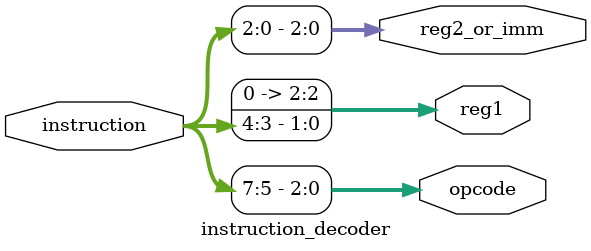
<source format=v>
`timescale 1ns/1ps

module instruction_decoder (
    input [7:0] instruction,
    output [2:0] opcode,
    output [2:0] reg1,
    output [2:0] reg2_or_imm
);

assign opcode        = instruction[7:5];
assign reg1          = {1'b0, instruction[4:3]};     // Destination (pad to 3 bits)
assign reg2_or_imm   = instruction[2:0];     // Source register or immediate (3 bits)

endmodule

</source>
